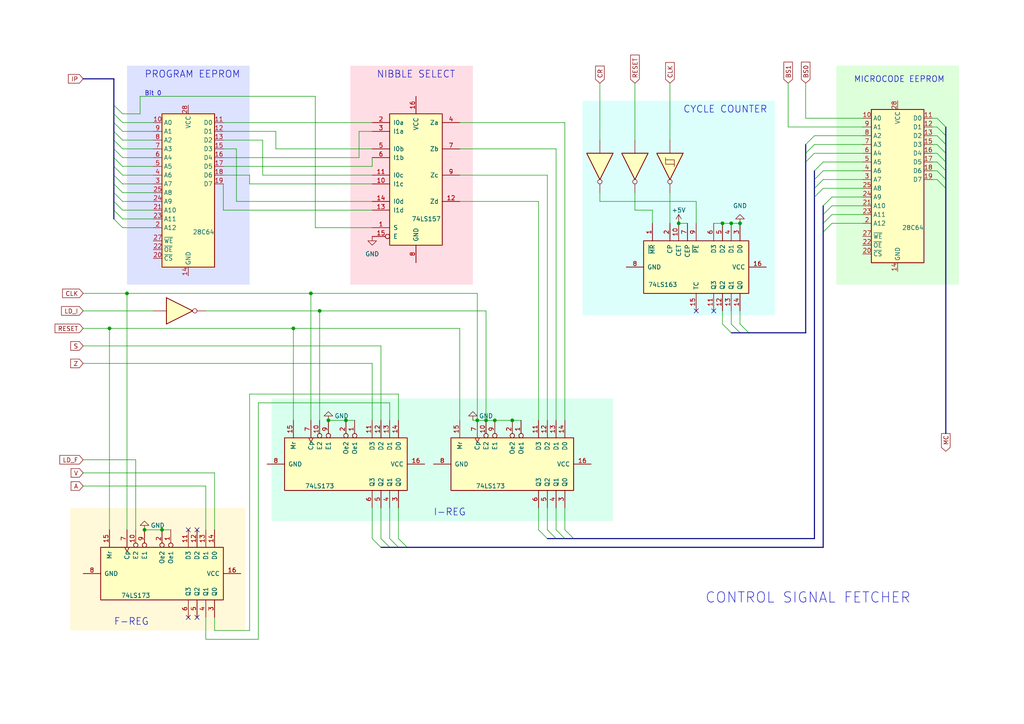
<source format=kicad_sch>
(kicad_sch (version 20230121) (generator eeschema)
  (paper "A4")
  (lib_symbols
    (symbol "74LS04_1" (pin_numbers hide)
      (property "Reference" "U" (at 0 1.27 0))
      (property "Value" "74LS04" (at 0 -1.27 0))
      (symbol "74LS04_1_1_0"
        (polyline (pts (xy -3.81 3.81) (xy -3.81 -3.81) (xy 3.81 0) (xy -3.81 3.81)) (stroke (width 0.254)) (fill (type background)))
        (pin input line (at -7.62 0 0) (length 3.81) (name "~") (number "1"))
        (pin output inverted (at 7.62 0 180) (length 3.81) (name "~") (number "2"))
      )
      (symbol "74LS04_1_2_0"
        (polyline (pts (xy -3.81 3.81) (xy -3.81 -3.81) (xy 3.81 0) (xy -3.81 3.81)) (stroke (width 0.254)) (fill (type background)))
        (pin input line (at -7.62 0 0) (length 3.81) (name "~") (number "3"))
        (pin output inverted (at 7.62 0 180) (length 3.81) (name "~") (number "4"))
      )
      (symbol "74LS04_1_3_0"
        (polyline (pts (xy -3.81 3.81) (xy -3.81 -3.81) (xy 3.81 0) (xy -3.81 3.81)) (stroke (width 0.254)) (fill (type background)))
        (pin input line (at -7.62 0 0) (length 3.81) (name "~") (number "5"))
        (pin output inverted (at 7.62 0 180) (length 3.81) (name "~") (number "6"))
      )
      (symbol "74LS04_1_4_0"
        (polyline (pts (xy -3.81 3.81) (xy -3.81 -3.81) (xy 3.81 0) (xy -3.81 3.81)) (stroke (width 0.254)) (fill (type background)))
        (pin output inverted (at 7.62 0 180) (length 3.81) (name "~") (number "8"))
        (pin input line (at -7.62 0 0) (length 3.81) (name "~") (number "9"))
      )
      (symbol "74LS04_1_5_0"
        (polyline (pts (xy -3.81 3.81) (xy -3.81 -3.81) (xy 3.81 0) (xy -3.81 3.81)) (stroke (width 0.254)) (fill (type background)))
        (pin output inverted (at 7.62 0 180) (length 3.81) (name "~") (number "10"))
        (pin input line (at -7.62 0 0) (length 3.81) (name "~") (number "11"))
      )
      (symbol "74LS04_1_6_0"
        (polyline (pts (xy -3.81 3.81) (xy -3.81 -3.81) (xy 3.81 0) (xy -3.81 3.81)) (stroke (width 0.254)) (fill (type background)))
        (pin output inverted (at 7.62 0 180) (length 3.81) (name "~") (number "12"))
        (pin input line (at -7.62 0 0) (length 3.81) (name "~") (number "13"))
      )
      (symbol "74LS04_1_7_0"
        (pin power_in line (at 0 12.7 270) (length 5.08) (name "VCC") (number "14"))
        (pin power_in line (at 0 -12.7 90) (length 5.08) (name "GND") (number "7"))
      )
      (symbol "74LS04_1_7_1"
        (rectangle (start -5.08 7.62) (end 5.08 -7.62) (stroke (width 0.254)) (fill (type background)))
      )
    )
    (symbol "74LS04_2" (pin_numbers hide)
      (property "Reference" "U" (at 0 1.27 0))
      (property "Value" "74LS04" (at 0 -1.27 0))
      (symbol "74LS04_2_1_0"
        (polyline (pts (xy -3.81 3.81) (xy -3.81 -3.81) (xy 3.81 0) (xy -3.81 3.81)) (stroke (width 0.254)) (fill (type background)))
        (pin input line (at -7.62 0 0) (length 3.81) (name "~") (number "1"))
        (pin output inverted (at 7.62 0 180) (length 3.81) (name "~") (number "2"))
      )
      (symbol "74LS04_2_2_0"
        (polyline (pts (xy -3.81 3.81) (xy -3.81 -3.81) (xy 3.81 0) (xy -3.81 3.81)) (stroke (width 0.254)) (fill (type background)))
        (pin input line (at -7.62 0 0) (length 3.81) (name "~") (number "3"))
        (pin output inverted (at 7.62 0 180) (length 3.81) (name "~") (number "4"))
      )
      (symbol "74LS04_2_3_0"
        (polyline (pts (xy -3.81 3.81) (xy -3.81 -3.81) (xy 3.81 0) (xy -3.81 3.81)) (stroke (width 0.254)) (fill (type background)))
        (pin input line (at -7.62 0 0) (length 3.81) (name "~") (number "5"))
        (pin output inverted (at 7.62 0 180) (length 3.81) (name "~") (number "6"))
      )
      (symbol "74LS04_2_4_0"
        (polyline (pts (xy -3.81 3.81) (xy -3.81 -3.81) (xy 3.81 0) (xy -3.81 3.81)) (stroke (width 0.254)) (fill (type background)))
        (pin output inverted (at 7.62 0 180) (length 3.81) (name "~") (number "8"))
        (pin input line (at -7.62 0 0) (length 3.81) (name "~") (number "9"))
      )
      (symbol "74LS04_2_5_0"
        (polyline (pts (xy -3.81 3.81) (xy -3.81 -3.81) (xy 3.81 0) (xy -3.81 3.81)) (stroke (width 0.254)) (fill (type background)))
        (pin output inverted (at 7.62 0 180) (length 3.81) (name "~") (number "10"))
        (pin input line (at -7.62 0 0) (length 3.81) (name "~") (number "11"))
      )
      (symbol "74LS04_2_6_0"
        (polyline (pts (xy -3.81 3.81) (xy -3.81 -3.81) (xy 3.81 0) (xy -3.81 3.81)) (stroke (width 0.254)) (fill (type background)))
        (pin output inverted (at 7.62 0 180) (length 3.81) (name "~") (number "12"))
        (pin input line (at -7.62 0 0) (length 3.81) (name "~") (number "13"))
      )
      (symbol "74LS04_2_7_0"
        (pin power_in line (at 0 12.7 270) (length 5.08) (name "VCC") (number "14"))
        (pin power_in line (at 0 -12.7 90) (length 5.08) (name "GND") (number "7"))
      )
      (symbol "74LS04_2_7_1"
        (rectangle (start -5.08 7.62) (end 5.08 -7.62) (stroke (width 0.254)) (fill (type background)))
      )
    )
    (symbol "74xx:74LS04" (pin_numbers hide)
      (property "Reference" "U" (at 0 1.27 0))
      (property "Value" "74LS04" (at 0 -1.27 0))
      (symbol "74LS04_1_0"
        (polyline (pts (xy -3.81 3.81) (xy -3.81 -3.81) (xy 3.81 0) (xy -3.81 3.81)) (stroke (width 0.254)) (fill (type background)))
        (pin input line (at -7.62 0 0) (length 3.81) (name "~") (number "1"))
        (pin output inverted (at 7.62 0 180) (length 3.81) (name "~") (number "2"))
      )
      (symbol "74LS04_2_0"
        (polyline (pts (xy -3.81 3.81) (xy -3.81 -3.81) (xy 3.81 0) (xy -3.81 3.81)) (stroke (width 0.254)) (fill (type background)))
        (pin input line (at -7.62 0 0) (length 3.81) (name "~") (number "3"))
        (pin output inverted (at 7.62 0 180) (length 3.81) (name "~") (number "4"))
      )
      (symbol "74LS04_3_0"
        (polyline (pts (xy -3.81 3.81) (xy -3.81 -3.81) (xy 3.81 0) (xy -3.81 3.81)) (stroke (width 0.254)) (fill (type background)))
        (pin input line (at -7.62 0 0) (length 3.81) (name "~") (number "5"))
        (pin output inverted (at 7.62 0 180) (length 3.81) (name "~") (number "6"))
      )
      (symbol "74LS04_4_0"
        (polyline (pts (xy -3.81 3.81) (xy -3.81 -3.81) (xy 3.81 0) (xy -3.81 3.81)) (stroke (width 0.254)) (fill (type background)))
        (pin output inverted (at 7.62 0 180) (length 3.81) (name "~") (number "8"))
        (pin input line (at -7.62 0 0) (length 3.81) (name "~") (number "9"))
      )
      (symbol "74LS04_5_0"
        (polyline (pts (xy -3.81 3.81) (xy -3.81 -3.81) (xy 3.81 0) (xy -3.81 3.81)) (stroke (width 0.254)) (fill (type background)))
        (pin output inverted (at 7.62 0 180) (length 3.81) (name "~") (number "10"))
        (pin input line (at -7.62 0 0) (length 3.81) (name "~") (number "11"))
      )
      (symbol "74LS04_6_0"
        (polyline (pts (xy -3.81 3.81) (xy -3.81 -3.81) (xy 3.81 0) (xy -3.81 3.81)) (stroke (width 0.254)) (fill (type background)))
        (pin output inverted (at 7.62 0 180) (length 3.81) (name "~") (number "12"))
        (pin input line (at -7.62 0 0) (length 3.81) (name "~") (number "13"))
      )
      (symbol "74LS04_7_0"
        (pin power_in line (at 0 12.7 270) (length 5.08) (name "VCC") (number "14"))
        (pin power_in line (at 0 -12.7 90) (length 5.08) (name "GND") (number "7"))
      )
      (symbol "74LS04_7_1"
        (rectangle (start -5.08 7.62) (end 5.08 -7.62) (stroke (width 0.254)) (fill (type background)))
      )
    )
    (symbol "74xx:74LS14" (pin_numbers hide) (pin_names (offset 1.016))
      (property "Reference" "U" (at 0 1.27 0))
      (property "Value" "74LS14" (at 0 -1.27 0))
      (symbol "74LS14_1_0"
        (polyline (pts (xy -3.81 3.81) (xy -3.81 -3.81) (xy 3.81 0) (xy -3.81 3.81)) (stroke (width 0.254)) (fill (type background)))
        (pin input line (at -7.62 0 0) (length 3.81) (name "~") (number "1"))
        (pin output inverted (at 7.62 0 180) (length 3.81) (name "~") (number "2"))
      )
      (symbol "74LS14_1_1"
        (polyline (pts (xy -1.905 -1.27) (xy -1.905 1.27) (xy -0.635 1.27)))
        (polyline (pts (xy -2.54 -1.27) (xy -0.635 -1.27) (xy -0.635 1.27) (xy 0 1.27)))
      )
      (symbol "74LS14_2_0"
        (polyline (pts (xy -3.81 3.81) (xy -3.81 -3.81) (xy 3.81 0) (xy -3.81 3.81)) (stroke (width 0.254)) (fill (type background)))
        (pin input line (at -7.62 0 0) (length 3.81) (name "~") (number "3"))
        (pin output inverted (at 7.62 0 180) (length 3.81) (name "~") (number "4"))
      )
      (symbol "74LS14_2_1"
        (polyline (pts (xy -1.905 -1.27) (xy -1.905 1.27) (xy -0.635 1.27)))
        (polyline (pts (xy -2.54 -1.27) (xy -0.635 -1.27) (xy -0.635 1.27) (xy 0 1.27)))
      )
      (symbol "74LS14_3_0"
        (polyline (pts (xy -3.81 3.81) (xy -3.81 -3.81) (xy 3.81 0) (xy -3.81 3.81)) (stroke (width 0.254)) (fill (type background)))
        (pin input line (at -7.62 0 0) (length 3.81) (name "~") (number "5"))
        (pin output inverted (at 7.62 0 180) (length 3.81) (name "~") (number "6"))
      )
      (symbol "74LS14_3_1"
        (polyline (pts (xy -1.905 -1.27) (xy -1.905 1.27) (xy -0.635 1.27)))
        (polyline (pts (xy -2.54 -1.27) (xy -0.635 -1.27) (xy -0.635 1.27) (xy 0 1.27)))
      )
      (symbol "74LS14_4_0"
        (polyline (pts (xy -3.81 3.81) (xy -3.81 -3.81) (xy 3.81 0) (xy -3.81 3.81)) (stroke (width 0.254)) (fill (type background)))
        (pin output inverted (at 7.62 0 180) (length 3.81) (name "~") (number "8"))
        (pin input line (at -7.62 0 0) (length 3.81) (name "~") (number "9"))
      )
      (symbol "74LS14_4_1"
        (polyline (pts (xy -1.905 -1.27) (xy -1.905 1.27) (xy -0.635 1.27)))
        (polyline (pts (xy -2.54 -1.27) (xy -0.635 -1.27) (xy -0.635 1.27) (xy 0 1.27)))
      )
      (symbol "74LS14_5_0"
        (polyline (pts (xy -3.81 3.81) (xy -3.81 -3.81) (xy 3.81 0) (xy -3.81 3.81)) (stroke (width 0.254)) (fill (type background)))
        (pin output inverted (at 7.62 0 180) (length 3.81) (name "~") (number "10"))
        (pin input line (at -7.62 0 0) (length 3.81) (name "~") (number "11"))
      )
      (symbol "74LS14_5_1"
        (polyline (pts (xy -1.905 -1.27) (xy -1.905 1.27) (xy -0.635 1.27)))
        (polyline (pts (xy -2.54 -1.27) (xy -0.635 -1.27) (xy -0.635 1.27) (xy 0 1.27)))
      )
      (symbol "74LS14_6_0"
        (polyline (pts (xy -3.81 3.81) (xy -3.81 -3.81) (xy 3.81 0) (xy -3.81 3.81)) (stroke (width 0.254)) (fill (type background)))
        (pin output inverted (at 7.62 0 180) (length 3.81) (name "~") (number "12"))
        (pin input line (at -7.62 0 0) (length 3.81) (name "~") (number "13"))
      )
      (symbol "74LS14_6_1"
        (polyline (pts (xy -1.905 -1.27) (xy -1.905 1.27) (xy -0.635 1.27)))
        (polyline (pts (xy -2.54 -1.27) (xy -0.635 -1.27) (xy -0.635 1.27) (xy 0 1.27)))
      )
      (symbol "74LS14_7_0"
        (pin power_in line (at 0 12.7 270) (length 5.08) (name "VCC") (number "14"))
        (pin power_in line (at 0 -12.7 90) (length 5.08) (name "GND") (number "7"))
      )
      (symbol "74LS14_7_1"
        (rectangle (start -5.08 7.62) (end 5.08 -7.62) (stroke (width 0.254)) (fill (type background)))
      )
    )
    (symbol "74xx:74LS157" (pin_names (offset 1.016))
      (property "Reference" "U" (at -7.62 19.05 0))
      (property "Value" "74LS157" (at -7.62 -21.59 0))
      (symbol "74LS157_1_0"
        (pin input line (at -12.7 -15.24 0) (length 5.08) (name "S") (number "1"))
        (pin input line (at -12.7 -2.54 0) (length 5.08) (name "I1c") (number "10"))
        (pin input line (at -12.7 0 0) (length 5.08) (name "I0c") (number "11"))
        (pin output line (at 12.7 -7.62 180) (length 5.08) (name "Zd") (number "12"))
        (pin input line (at -12.7 -10.16 0) (length 5.08) (name "I1d") (number "13"))
        (pin input line (at -12.7 -7.62 0) (length 5.08) (name "I0d") (number "14"))
        (pin input inverted (at -12.7 -17.78 0) (length 5.08) (name "E") (number "15"))
        (pin power_in line (at 0 22.86 270) (length 5.08) (name "VCC") (number "16"))
        (pin input line (at -12.7 15.24 0) (length 5.08) (name "I0a") (number "2"))
        (pin input line (at -12.7 12.7 0) (length 5.08) (name "I1a") (number "3"))
        (pin output line (at 12.7 15.24 180) (length 5.08) (name "Za") (number "4"))
        (pin input line (at -12.7 7.62 0) (length 5.08) (name "I0b") (number "5"))
        (pin input line (at -12.7 5.08 0) (length 5.08) (name "I1b") (number "6"))
        (pin output line (at 12.7 7.62 180) (length 5.08) (name "Zb") (number "7"))
        (pin power_in line (at 0 -25.4 90) (length 5.08) (name "GND") (number "8"))
        (pin output line (at 12.7 0 180) (length 5.08) (name "Zc") (number "9"))
      )
      (symbol "74LS157_1_1"
        (rectangle (start -7.62 17.78) (end 7.62 -20.32) (stroke (width 0.254)) (fill (type background)))
      )
    )
    (symbol "74xx:74LS163" (pin_names (offset 1.016))
      (property "Reference" "U" (at -7.62 16.51 0))
      (property "Value" "74LS163" (at -7.62 -16.51 0))
      (symbol "74LS163_1_0"
        (pin input line (at -12.7 -12.7 0) (length 5.08) (name "~{MR}") (number "1"))
        (pin input line (at -12.7 -5.08 0) (length 5.08) (name "CET") (number "10"))
        (pin output line (at 12.7 5.08 180) (length 5.08) (name "Q3") (number "11"))
        (pin output line (at 12.7 7.62 180) (length 5.08) (name "Q2") (number "12"))
        (pin output line (at 12.7 10.16 180) (length 5.08) (name "Q1") (number "13"))
        (pin output line (at 12.7 12.7 180) (length 5.08) (name "Q0") (number "14"))
        (pin output line (at 12.7 0 180) (length 5.08) (name "TC") (number "15"))
        (pin power_in line (at 0 20.32 270) (length 5.08) (name "VCC") (number "16"))
        (pin input line (at -12.7 -7.62 0) (length 5.08) (name "CP") (number "2"))
        (pin input line (at -12.7 12.7 0) (length 5.08) (name "D0") (number "3"))
        (pin input line (at -12.7 10.16 0) (length 5.08) (name "D1") (number "4"))
        (pin input line (at -12.7 7.62 0) (length 5.08) (name "D2") (number "5"))
        (pin input line (at -12.7 5.08 0) (length 5.08) (name "D3") (number "6"))
        (pin input line (at -12.7 -2.54 0) (length 5.08) (name "CEP") (number "7"))
        (pin power_in line (at 0 -20.32 90) (length 5.08) (name "GND") (number "8"))
        (pin input line (at -12.7 0 0) (length 5.08) (name "~{PE}") (number "9"))
      )
      (symbol "74LS163_1_1"
        (rectangle (start -7.62 15.24) (end 7.62 -15.24) (stroke (width 0.254)) (fill (type background)))
      )
    )
    (symbol "74xx:74LS173" (pin_names (offset 1.016))
      (property "Reference" "U" (at -7.62 19.05 0))
      (property "Value" "74LS173" (at -7.62 -19.05 0))
      (symbol "74LS173_1_0"
        (pin input inverted (at -12.7 2.54 0) (length 5.08) (name "Oe1") (number "1"))
        (pin input inverted (at -12.7 -7.62 0) (length 5.08) (name "E2") (number "10"))
        (pin input line (at -12.7 7.62 0) (length 5.08) (name "D3") (number "11"))
        (pin input line (at -12.7 10.16 0) (length 5.08) (name "D2") (number "12"))
        (pin input line (at -12.7 12.7 0) (length 5.08) (name "D1") (number "13"))
        (pin input line (at -12.7 15.24 0) (length 5.08) (name "D0") (number "14"))
        (pin input line (at -12.7 -15.24 0) (length 5.08) (name "Mr") (number "15"))
        (pin power_in line (at 0 22.86 270) (length 5.08) (name "VCC") (number "16"))
        (pin input inverted (at -12.7 0 0) (length 5.08) (name "Oe2") (number "2"))
        (pin tri_state line (at 12.7 15.24 180) (length 5.08) (name "Q0") (number "3"))
        (pin tri_state line (at 12.7 12.7 180) (length 5.08) (name "Q1") (number "4"))
        (pin tri_state line (at 12.7 10.16 180) (length 5.08) (name "Q2") (number "5"))
        (pin tri_state line (at 12.7 7.62 180) (length 5.08) (name "Q3") (number "6"))
        (pin input clock (at -12.7 -10.16 0) (length 5.08) (name "Cp") (number "7"))
        (pin power_in line (at 0 -22.86 90) (length 5.08) (name "GND") (number "8"))
        (pin input inverted (at -12.7 -5.08 0) (length 5.08) (name "E1") (number "9"))
      )
      (symbol "74LS173_1_1"
        (rectangle (start -7.62 17.78) (end 7.62 -17.78) (stroke (width 0.254)) (fill (type background)))
      )
    )
    (symbol "Memory_EEPROM:28C256"
      (property "Value" "28C64" (at 1.27 -17.78 0))
      (symbol "28C256_1_1"
        (rectangle (start -7.62 25.4) (end 7.62 -19.05) (stroke (width 0.254)) (fill (type background)))
        (pin input line (at -10.16 22.86 0) (length 2.54) (name "A0") (number "10"))
        (pin tri_state line (at 10.16 22.86 180) (length 2.54) (name "D0") (number "11"))
        (pin tri_state line (at 10.16 20.32 180) (length 2.54) (name "D1") (number "12"))
        (pin tri_state line (at 10.16 17.78 180) (length 2.54) (name "D2") (number "13"))
        (pin power_in line (at 0 -21.59 90) (length 2.54) (name "GND") (number "14"))
        (pin tri_state line (at 10.16 15.24 180) (length 2.54) (name "D3") (number "15"))
        (pin tri_state line (at 10.16 12.7 180) (length 2.54) (name "D4") (number "16"))
        (pin tri_state line (at 10.16 10.16 180) (length 2.54) (name "D5") (number "17"))
        (pin tri_state line (at 10.16 7.62 180) (length 2.54) (name "D6") (number "18"))
        (pin tri_state line (at 10.16 5.08 180) (length 2.54) (name "D7") (number "19"))
        (pin input line (at -10.16 -7.62 0) (length 2.54) (name "A12") (number "2"))
        (pin input line (at -10.16 -16.51 0) (length 2.54) (name "~{CS}") (number "20"))
        (pin input line (at -10.16 -2.54 0) (length 2.54) (name "A10") (number "21"))
        (pin input line (at -10.16 -13.97 0) (length 2.54) (name "~{OE}") (number "22"))
        (pin input line (at -10.16 -5.08 0) (length 2.54) (name "A11") (number "23"))
        (pin input line (at -10.16 0 0) (length 2.54) (name "A9") (number "24"))
        (pin input line (at -10.16 2.54 0) (length 2.54) (name "A8") (number "25"))
        (pin input line (at -10.16 -11.43 0) (length 2.54) (name "~{WE}") (number "27"))
        (pin power_in line (at 0 27.94 270) (length 2.54) (name "VCC") (number "28"))
        (pin input line (at -10.16 5.08 0) (length 2.54) (name "A7") (number "3"))
        (pin input line (at -10.16 7.62 0) (length 2.54) (name "A6") (number "4"))
        (pin input line (at -10.16 10.16 0) (length 2.54) (name "A5") (number "5"))
        (pin input line (at -10.16 12.7 0) (length 2.54) (name "A4") (number "6"))
        (pin input line (at -10.16 15.24 0) (length 2.54) (name "A3") (number "7"))
        (pin input line (at -10.16 17.78 0) (length 2.54) (name "A2") (number "8"))
        (pin input line (at -10.16 20.32 0) (length 2.54) (name "A1") (number "9"))
      )
    )
    (symbol "power:+5V" (power) (pin_names (offset 0))
      (property "Value" "+5V" (at 0 3.556 0))
      (symbol "+5V_0_1"
        (polyline (pts (xy -0.762 1.27) (xy 0 2.54)))
        (polyline (pts (xy 0 0) (xy 0 2.54)))
        (polyline (pts (xy 0 2.54) (xy 0.762 1.27)))
      )
      (symbol "+5V_1_1"
        (pin power_in line (at 0 0 90) (length 0) hide (name "+5V") (number "1"))
      )
    )
    (symbol "power:GND" (power) (pin_names (offset 0))
      (property "Value" "GND" (at 0 -3.81 0))
      (symbol "GND_0_1"
        (polyline (pts (xy 0 0) (xy 0 -1.27) (xy 1.27 -1.27) (xy 0 -2.54) (xy -1.27 -1.27) (xy 0 -1.27)))
      )
      (symbol "GND_1_1"
        (pin power_in line (at 0 0 270) (length 0) hide (name "GND") (number "1"))
      )
    )
  )
  (junction (at 209.55 64.77))
  (junction (at 31.75 95.25))
  (junction (at 85.09 95.25))
  (junction (at 46.99 153.67))
  (junction (at 95.25 121.92))
  (junction (at 92.71 90.17))
  (junction (at 90.17 85.09))
  (junction (at 140.97 121.92))
  (junction (at 212.09 64.77))
  (junction (at 100.33 121.92))
  (junction (at 214.63 64.77))
  (junction (at 41.91 153.67))
  (junction (at 138.43 121.92))
  (junction (at 36.83 85.09))
  (junction (at 196.85 64.77))
  (junction (at 143.51 121.92))
  (junction (at 148.59 121.92))
  (no_connect (at 57.15 153.67))
  (no_connect (at 54.61 179.07))
  (no_connect (at 54.61 153.67))
  (no_connect (at 57.15 179.07))
  (no_connect (at 207.01 90.17))
  (no_connect (at 201.93 90.17))
  (bus_entry (at 271.78 39.37) (size 2.54 2.54))
  (bus_entry (at 33.02 38.1) (size 2.54 2.54))
  (bus_entry (at 33.02 30.48) (size 2.54 2.54))
  (bus_entry (at 209.55 93.98) (size 2.54 2.54))
  (bus_entry (at 163.83 153.67) (size 2.54 2.54))
  (bus_entry (at 238.76 64.77) (size 2.54 -2.54))
  (bus_entry (at 212.09 93.98) (size 2.54 2.54))
  (bus_entry (at 236.22 49.53) (size 2.54 -2.54))
  (bus_entry (at 33.02 33.02) (size 2.54 2.54))
  (bus_entry (at 156.21 153.67) (size 2.54 2.54))
  (bus_entry (at 107.95 156.21) (size 2.54 2.54))
  (bus_entry (at 238.76 59.69) (size 2.54 -2.54))
  (bus_entry (at 238.76 62.23) (size 2.54 -2.54))
  (bus_entry (at 33.02 53.34) (size 2.54 2.54))
  (bus_entry (at 236.22 54.61) (size 2.54 -2.54))
  (bus_entry (at 271.78 49.53) (size 2.54 2.54))
  (bus_entry (at 33.02 63.5) (size 2.54 2.54))
  (bus_entry (at 33.02 48.26) (size 2.54 2.54))
  (bus_entry (at 271.78 44.45) (size 2.54 2.54))
  (bus_entry (at 158.75 153.67) (size 2.54 2.54))
  (bus_entry (at 271.78 36.83) (size 2.54 2.54))
  (bus_entry (at 236.22 57.15) (size 2.54 -2.54))
  (bus_entry (at 110.49 156.21) (size 2.54 2.54))
  (bus_entry (at 271.78 52.07) (size 2.54 2.54))
  (bus_entry (at 238.76 67.31) (size 2.54 -2.54))
  (bus_entry (at 271.78 34.29) (size 2.54 2.54))
  (bus_entry (at 33.02 43.18) (size 2.54 2.54))
  (bus_entry (at 214.63 93.98) (size 2.54 2.54))
  (bus_entry (at 271.78 46.99) (size 2.54 2.54))
  (bus_entry (at 33.02 45.72) (size 2.54 2.54))
  (bus_entry (at 33.02 35.56) (size 2.54 2.54))
  (bus_entry (at 33.02 50.8) (size 2.54 2.54))
  (bus_entry (at 33.02 40.64) (size 2.54 2.54))
  (bus_entry (at 113.03 156.21) (size 2.54 2.54))
  (bus_entry (at 233.68 46.99) (size 2.54 -2.54))
  (bus_entry (at 271.78 41.91) (size 2.54 2.54))
  (bus_entry (at 33.02 58.42) (size 2.54 2.54))
  (bus_entry (at 161.29 153.67) (size 2.54 2.54))
  (bus_entry (at 236.22 52.07) (size 2.54 -2.54))
  (bus_entry (at 233.68 41.91) (size 2.54 -2.54))
  (bus_entry (at 33.02 55.88) (size 2.54 2.54))
  (bus_entry (at 233.68 44.45) (size 2.54 -2.54))
  (bus_entry (at 33.02 60.96) (size 2.54 2.54))
  (bus_entry (at 115.57 156.21) (size 2.54 2.54))
  (bus (pts (xy 274.32 46.99) (xy 274.32 49.53)))
  (wire (pts (xy 24.13 90.17) (xy 44.45 90.17)))
  (wire (pts (xy 92.71 90.17) (xy 92.71 121.92)))
  (bus (pts (xy 110.49 158.75) (xy 113.03 158.75)))
  (bus (pts (xy 238.76 67.31) (xy 238.76 158.75)))
  (wire (pts (xy 241.3 62.23) (xy 250.19 62.23)))
  (wire (pts (xy 46.99 153.67) (xy 49.53 153.67)))
  (bus (pts (xy 115.57 158.75) (xy 118.11 158.75)))
  (wire (pts (xy 133.35 95.25) (xy 133.35 121.92)))
  (wire (pts (xy 133.35 35.56) (xy 163.83 35.56)))
  (wire (pts (xy 64.77 43.18) (xy 68.58 43.18)))
  (wire (pts (xy 35.56 38.1) (xy 44.45 38.1)))
  (bus (pts (xy 33.02 35.56) (xy 33.02 38.1)))
  (wire (pts (xy 24.13 105.41) (xy 107.95 105.41)))
  (wire (pts (xy 189.23 60.96) (xy 189.23 64.77)))
  (wire (pts (xy 35.56 45.72) (xy 44.45 45.72)))
  (wire (pts (xy 72.39 182.88) (xy 72.39 114.3)))
  (wire (pts (xy 270.51 44.45) (xy 271.78 44.45)))
  (wire (pts (xy 24.13 95.25) (xy 31.75 95.25)))
  (wire (pts (xy 74.93 185.42) (xy 74.93 116.84)))
  (wire (pts (xy 72.39 50.8) (xy 72.39 53.34)))
  (wire (pts (xy 68.58 58.42) (xy 107.95 58.42)))
  (wire (pts (xy 113.03 116.84) (xy 113.03 121.92)))
  (wire (pts (xy 133.35 58.42) (xy 156.21 58.42)))
  (wire (pts (xy 158.75 50.8) (xy 158.75 121.92)))
  (bus (pts (xy 33.02 43.18) (xy 33.02 45.72)))
  (wire (pts (xy 64.77 45.72) (xy 104.14 45.72)))
  (bus (pts (xy 33.02 60.96) (xy 33.02 63.5)))
  (wire (pts (xy 184.15 60.96) (xy 189.23 60.96)))
  (bus (pts (xy 24.13 22.86) (xy 33.02 22.86)))
  (wire (pts (xy 173.99 24.13) (xy 173.99 40.64)))
  (wire (pts (xy 110.49 100.33) (xy 110.49 121.92)))
  (wire (pts (xy 80.01 43.18) (xy 107.95 43.18)))
  (wire (pts (xy 72.39 114.3) (xy 115.57 114.3)))
  (wire (pts (xy 209.55 90.17) (xy 209.55 93.98)))
  (wire (pts (xy 238.76 49.53) (xy 250.19 49.53)))
  (bus (pts (xy 217.17 96.52) (xy 233.68 96.52)))
  (wire (pts (xy 184.15 55.88) (xy 184.15 60.96)))
  (wire (pts (xy 36.83 85.09) (xy 36.83 153.67)))
  (wire (pts (xy 64.77 38.1) (xy 80.01 38.1)))
  (wire (pts (xy 161.29 147.32) (xy 161.29 153.67)))
  (wire (pts (xy 173.99 58.42) (xy 201.93 58.42)))
  (bus (pts (xy 274.32 54.61) (xy 274.32 125.73)))
  (bus (pts (xy 238.76 59.69) (xy 238.76 62.23)))
  (wire (pts (xy 207.01 64.77) (xy 209.55 64.77)))
  (wire (pts (xy 241.3 57.15) (xy 250.19 57.15)))
  (wire (pts (xy 236.22 41.91) (xy 250.19 41.91)))
  (bus (pts (xy 33.02 33.02) (xy 33.02 35.56)))
  (wire (pts (xy 194.31 24.13) (xy 194.31 40.64)))
  (wire (pts (xy 24.13 133.35) (xy 39.37 133.35)))
  (wire (pts (xy 59.69 90.17) (xy 92.71 90.17)))
  (wire (pts (xy 214.63 90.17) (xy 214.63 93.98)))
  (bus (pts (xy 236.22 57.15) (xy 236.22 156.21)))
  (bus (pts (xy 33.02 22.86) (xy 33.02 30.48)))
  (wire (pts (xy 35.56 50.8) (xy 44.45 50.8)))
  (wire (pts (xy 35.56 66.04) (xy 44.45 66.04)))
  (wire (pts (xy 270.51 52.07) (xy 271.78 52.07)))
  (bus (pts (xy 274.32 36.83) (xy 274.32 39.37)))
  (wire (pts (xy 35.56 60.96) (xy 44.45 60.96)))
  (bus (pts (xy 214.63 96.52) (xy 217.17 96.52)))
  (wire (pts (xy 138.43 121.92) (xy 137.16 121.92)))
  (wire (pts (xy 64.77 40.64) (xy 76.2 40.64)))
  (bus (pts (xy 236.22 49.53) (xy 236.22 52.07)))
  (bus (pts (xy 236.22 52.07) (xy 236.22 54.61)))
  (wire (pts (xy 270.51 34.29) (xy 271.78 34.29)))
  (wire (pts (xy 64.77 48.26) (xy 107.95 48.26)))
  (wire (pts (xy 133.35 50.8) (xy 158.75 50.8)))
  (wire (pts (xy 236.22 44.45) (xy 250.19 44.45)))
  (wire (pts (xy 40.64 27.94) (xy 91.44 27.94)))
  (wire (pts (xy 35.56 40.64) (xy 44.45 40.64)))
  (wire (pts (xy 35.56 48.26) (xy 44.45 48.26)))
  (wire (pts (xy 62.23 137.16) (xy 62.23 153.67)))
  (wire (pts (xy 91.44 66.04) (xy 107.95 66.04)))
  (wire (pts (xy 64.77 35.56) (xy 107.95 35.56)))
  (wire (pts (xy 212.09 90.17) (xy 212.09 93.98)))
  (wire (pts (xy 35.56 53.34) (xy 44.45 53.34)))
  (wire (pts (xy 163.83 147.32) (xy 163.83 153.67)))
  (wire (pts (xy 148.59 121.92) (xy 151.13 121.92)))
  (wire (pts (xy 24.13 137.16) (xy 62.23 137.16)))
  (wire (pts (xy 68.58 43.18) (xy 68.58 58.42)))
  (bus (pts (xy 33.02 40.64) (xy 33.02 43.18)))
  (wire (pts (xy 233.68 24.13) (xy 233.68 34.29)))
  (bus (pts (xy 274.32 41.91) (xy 274.32 44.45)))
  (bus (pts (xy 274.32 39.37) (xy 274.32 41.91)))
  (wire (pts (xy 238.76 52.07) (xy 250.19 52.07)))
  (wire (pts (xy 143.51 121.92) (xy 148.59 121.92)))
  (wire (pts (xy 36.83 85.09) (xy 90.17 85.09)))
  (wire (pts (xy 238.76 46.99) (xy 250.19 46.99)))
  (bus (pts (xy 33.02 50.8) (xy 33.02 53.34)))
  (bus (pts (xy 166.37 156.21) (xy 236.22 156.21)))
  (wire (pts (xy 85.09 95.25) (xy 133.35 95.25)))
  (bus (pts (xy 33.02 48.26) (xy 33.02 50.8)))
  (bus (pts (xy 233.68 41.91) (xy 233.68 44.45)))
  (bus (pts (xy 33.02 53.34) (xy 33.02 55.88)))
  (wire (pts (xy 241.3 64.77) (xy 250.19 64.77)))
  (bus (pts (xy 233.68 44.45) (xy 233.68 46.99)))
  (wire (pts (xy 40.64 33.02) (xy 40.64 27.94)))
  (bus (pts (xy 33.02 58.42) (xy 33.02 60.96)))
  (wire (pts (xy 31.75 95.25) (xy 85.09 95.25)))
  (wire (pts (xy 92.71 90.17) (xy 140.97 90.17)))
  (wire (pts (xy 24.13 85.09) (xy 36.83 85.09)))
  (wire (pts (xy 107.95 105.41) (xy 107.95 121.92)))
  (wire (pts (xy 100.33 121.92) (xy 102.87 121.92)))
  (bus (pts (xy 212.09 96.52) (xy 214.63 96.52)))
  (wire (pts (xy 212.09 64.77) (xy 214.63 64.77)))
  (wire (pts (xy 35.56 55.88) (xy 44.45 55.88)))
  (wire (pts (xy 158.75 147.32) (xy 158.75 153.67)))
  (wire (pts (xy 115.57 147.32) (xy 115.57 156.21)))
  (wire (pts (xy 35.56 58.42) (xy 44.45 58.42)))
  (wire (pts (xy 74.93 116.84) (xy 113.03 116.84)))
  (wire (pts (xy 156.21 58.42) (xy 156.21 121.92)))
  (wire (pts (xy 41.91 153.67) (xy 46.99 153.67)))
  (bus (pts (xy 274.32 44.45) (xy 274.32 46.99)))
  (wire (pts (xy 95.25 121.92) (xy 100.33 121.92)))
  (wire (pts (xy 104.14 38.1) (xy 107.95 38.1)))
  (wire (pts (xy 31.75 95.25) (xy 31.75 153.67)))
  (wire (pts (xy 76.2 40.64) (xy 76.2 50.8)))
  (wire (pts (xy 163.83 35.56) (xy 163.83 121.92)))
  (wire (pts (xy 241.3 59.69) (xy 250.19 59.69)))
  (wire (pts (xy 80.01 38.1) (xy 80.01 43.18)))
  (wire (pts (xy 184.15 24.13) (xy 184.15 40.64)))
  (bus (pts (xy 238.76 62.23) (xy 238.76 64.77)))
  (wire (pts (xy 59.69 179.07) (xy 59.69 185.42)))
  (wire (pts (xy 90.17 85.09) (xy 138.43 85.09)))
  (wire (pts (xy 270.51 36.83) (xy 271.78 36.83)))
  (wire (pts (xy 35.56 63.5) (xy 44.45 63.5)))
  (bus (pts (xy 113.03 158.75) (xy 115.57 158.75)))
  (wire (pts (xy 140.97 90.17) (xy 140.97 121.92)))
  (bus (pts (xy 161.29 156.21) (xy 163.83 156.21)))
  (wire (pts (xy 72.39 53.34) (xy 107.95 53.34)))
  (wire (pts (xy 76.2 50.8) (xy 107.95 50.8)))
  (wire (pts (xy 270.51 49.53) (xy 271.78 49.53)))
  (wire (pts (xy 110.49 147.32) (xy 110.49 156.21)))
  (wire (pts (xy 85.09 95.25) (xy 85.09 121.92)))
  (wire (pts (xy 59.69 185.42) (xy 74.93 185.42)))
  (bus (pts (xy 158.75 156.21) (xy 161.29 156.21)))
  (wire (pts (xy 64.77 53.34) (xy 64.77 60.96)))
  (wire (pts (xy 91.44 27.94) (xy 91.44 66.04)))
  (wire (pts (xy 143.51 121.92) (xy 140.97 121.92)))
  (wire (pts (xy 104.14 45.72) (xy 104.14 38.1)))
  (bus (pts (xy 274.32 49.53) (xy 274.32 52.07)))
  (wire (pts (xy 228.6 24.13) (xy 228.6 36.83)))
  (wire (pts (xy 270.51 41.91) (xy 271.78 41.91)))
  (bus (pts (xy 118.11 158.75) (xy 238.76 158.75)))
  (wire (pts (xy 62.23 179.07) (xy 62.23 182.88)))
  (wire (pts (xy 62.23 182.88) (xy 72.39 182.88)))
  (bus (pts (xy 33.02 45.72) (xy 33.02 48.26)))
  (wire (pts (xy 64.77 50.8) (xy 72.39 50.8)))
  (wire (pts (xy 107.95 48.26) (xy 107.95 45.72)))
  (bus (pts (xy 33.02 55.88) (xy 33.02 58.42)))
  (wire (pts (xy 24.13 100.33) (xy 110.49 100.33)))
  (wire (pts (xy 133.35 43.18) (xy 161.29 43.18)))
  (wire (pts (xy 228.6 36.83) (xy 250.19 36.83)))
  (wire (pts (xy 209.55 64.77) (xy 212.09 64.77)))
  (bus (pts (xy 233.68 46.99) (xy 233.68 96.52)))
  (wire (pts (xy 140.97 121.92) (xy 138.43 121.92)))
  (wire (pts (xy 24.13 140.97) (xy 59.69 140.97)))
  (bus (pts (xy 236.22 54.61) (xy 236.22 57.15)))
  (wire (pts (xy 35.56 35.56) (xy 44.45 35.56)))
  (wire (pts (xy 107.95 147.32) (xy 107.95 156.21)))
  (wire (pts (xy 270.51 39.37) (xy 271.78 39.37)))
  (wire (pts (xy 156.21 147.32) (xy 156.21 153.67)))
  (bus (pts (xy 33.02 38.1) (xy 33.02 40.64)))
  (wire (pts (xy 115.57 114.3) (xy 115.57 121.92)))
  (wire (pts (xy 238.76 54.61) (xy 250.19 54.61)))
  (bus (pts (xy 274.32 52.07) (xy 274.32 54.61)))
  (wire (pts (xy 196.85 64.77) (xy 199.39 64.77)))
  (wire (pts (xy 138.43 85.09) (xy 138.43 121.92)))
  (wire (pts (xy 39.37 133.35) (xy 39.37 153.67)))
  (wire (pts (xy 113.03 147.32) (xy 113.03 156.21)))
  (wire (pts (xy 59.69 140.97) (xy 59.69 153.67)))
  (wire (pts (xy 173.99 55.88) (xy 173.99 58.42)))
  (bus (pts (xy 238.76 64.77) (xy 238.76 67.31)))
  (wire (pts (xy 270.51 46.99) (xy 271.78 46.99)))
  (wire (pts (xy 35.56 33.02) (xy 40.64 33.02)))
  (wire (pts (xy 64.77 60.96) (xy 107.95 60.96)))
  (wire (pts (xy 90.17 85.09) (xy 90.17 121.92)))
  (wire (pts (xy 194.31 55.88) (xy 194.31 64.77)))
  (bus (pts (xy 33.02 30.48) (xy 33.02 33.02)))
  (wire (pts (xy 201.93 58.42) (xy 201.93 64.77)))
  (wire (pts (xy 233.68 34.29) (xy 250.19 34.29)))
  (bus (pts (xy 163.83 156.21) (xy 166.37 156.21)))
  (wire (pts (xy 236.22 39.37) (xy 250.19 39.37)))
  (wire (pts (xy 161.29 43.18) (xy 161.29 121.92)))
  (wire (pts (xy 35.56 43.18) (xy 44.45 43.18)))
  (rectangle (start 168.91 29.21) (end 224.79 91.44) (stroke (width -0.0001)) (fill (type color) (color 29 255 236 0.15)))
  (rectangle (start 101.6 19.05) (end 137.16 82.55) (stroke (width -0.0001)) (fill (type color) (color 255 31 75 0.15)))
  (rectangle (start 20.32 147.32) (end 71.12 182.88) (stroke (width -0.0001)) (fill (type color) (color 255 216 0 0.15)))
  (rectangle (start 36.83 19.05) (end 72.39 82.55) (stroke (width -0.0001)) (fill (type color) (color 32 62 255 0.15)))
  (rectangle (start 78.74 115.57) (end 177.8 151.13) (stroke (width -0.0001)) (fill (type color) (color 6 255 145 0.15)))
  (rectangle (start 242.57 19.05) (end 278.13 82.55) (stroke (width -0.0001)) (fill (type color) (color 27 255 8 0.15)))
  (text "F-REG" (at 33.02 181.61 0) (effects (font (size 2 2)) (justify left bottom)))
  (text "PROGRAM EEPROM" (at 41.91 22.86 0) (effects (font (size 2 2)) (justify left bottom)))
  (text "NIBBLE SELECT" (at 109.22 22.86 0) (effects (font (size 2 2)) (justify left bottom)))
  (text "MICROCODE EEPROM" (at 247.65 24.13 0) (effects (font (size 1.7 1.7)) (justify left bottom)))
  (text "I-REG" (at 125.73 149.86 0) (effects (font (size 2 2)) (justify left bottom)))
  (text "CONTROL SIGNAL FETCHER" (at 204.47 175.26 0) (effects (font (size 3 3)) (justify left bottom)))
  (text "Bit 0" (at 41.91 27.94 0) (effects (font (size 1.27 1.27)) (justify left bottom)))
  (text "CYCLE COUNTER" (at 198.12 33.02 0) (effects (font (size 2 2)) (justify left bottom)))
  (global_label "BS0" (shape input) (at 233.68 24.13 90) (property "Intersheetrefs" "${INTERSHEET_REFS}" (effects hide)))
  (global_label "MC" (shape output) (at 274.32 125.73 270) (property "Intersheetrefs" "${INTERSHEET_REFS}" (effects hide)))
  (global_label "S" (shape input) (at 24.13 100.33 180) (property "Intersheetrefs" "${INTERSHEET_REFS}" (effects hide)))
  (global_label "RESET" (shape input) (at 24.13 95.25 180) (property "Intersheetrefs" "${INTERSHEET_REFS}" (effects hide)))
  (global_label "V" (shape input) (at 24.13 137.16 180) (property "Intersheetrefs" "${INTERSHEET_REFS}" (effects hide)))
  (global_label "A" (shape input) (at 24.13 140.97 180) (property "Intersheetrefs" "${INTERSHEET_REFS}" (effects hide)))
  (global_label "RESET" (shape input) (at 184.15 24.13 90) (property "Intersheetrefs" "${INTERSHEET_REFS}" (effects hide)))
  (global_label "CR" (shape input) (at 173.99 24.13 90) (property "Intersheetrefs" "${INTERSHEET_REFS}" (effects hide)))
  (global_label "LD_I" (shape input) (at 24.13 90.17 180) (property "Intersheetrefs" "${INTERSHEET_REFS}" (effects hide)))
  (global_label "BS1" (shape input) (at 228.6 24.13 90) (property "Intersheetrefs" "${INTERSHEET_REFS}" (effects hide)))
  (global_label "LD_F" (shape input) (at 24.13 133.35 180) (property "Intersheetrefs" "${INTERSHEET_REFS}" (effects hide)))
  (global_label "Z" (shape input) (at 24.13 105.41 180) (property "Intersheetrefs" "${INTERSHEET_REFS}" (effects hide)))
  (global_label "CLK" (shape input) (at 194.31 24.13 90) (property "Intersheetrefs" "${INTERSHEET_REFS}" (effects hide)))
  (global_label "CLK" (shape input) (at 24.13 85.09 180) (property "Intersheetrefs" "${INTERSHEET_REFS}" (effects hide)))
  (global_label "IP" (shape input) (at 24.13 22.86 180) (property "Intersheetrefs" "${INTERSHEET_REFS}" (effects hide)))
  (symbol (lib_id "power:GND") (at 107.95 68.58 0) (unit 1)
    (property "Reference" "#PWR01" (effects hide))
    (property "Value" "GND" (at 107.95 73.66 0))
  )
  (symbol (lib_id "Memory_EEPROM:28C256") (at 54.61 58.42 0) (unit 1)
    (property "Reference" "U1" (effects hide))
    (property "Value" "28C64" (at 55.88 67.31 0) (effects (justify left)))
    (property "Datasheet" "http://ww1.microchip.com/downloads/en/DeviceDoc/doc0006.pdf" (effects hide))
  )
  (symbol (lib_id "Memory_EEPROM:28C256") (at 260.35 57.15 0) (unit 1)
    (property "Reference" "U6" (effects hide))
    (property "Value" "28C64" (at 261.62 66.04 0) (effects (justify left)))
    (property "Datasheet" "http://ww1.microchip.com/downloads/en/DeviceDoc/doc0006.pdf" (effects hide))
  )
  (symbol (lib_id "power:GND") (at 95.25 121.92 180) (unit 1)
    (property "Reference" "#PWR03" (effects hide))
    (property "Value" "GND" (at 99.06 120.65 0))
  )
  (symbol (lib_id "74xx:74LS14") (at 194.31 48.26 270) (unit 1)
    (property "Reference" "U8" (effects hide))
    (property "Value" "74LS14" (effects hide))
    (property "Datasheet" "http://www.ti.com/lit/gpn/sn74LS14" (effects hide))
  )
  (symbol (lib_id "power:GND") (at 137.16 121.92 180) (unit 1)
    (property "Reference" "#PWR02" (effects hide))
    (property "Value" "GND" (at 140.97 120.65 0))
  )
  (symbol (lib_id "power:+5V") (at 196.85 64.77 0) (unit 1)
    (property "Reference" "#PWR04" (effects hide))
    (property "Value" "+5V" (at 196.85 60.96 0))
  )
  (symbol (lib_name "74LS04_2") (lib_id "74xx:74LS04") (at 184.15 48.26 270) (unit 1)
    (property "Reference" "U9" (effects hide))
    (property "Value" "74LS04" (effects hide))
    (property "Datasheet" "http://www.ti.com/lit/gpn/sn74LS04" (effects hide))
  )
  (symbol (lib_id "74xx:74LS173") (at 148.59 134.62 270) (unit 1)
    (property "Reference" "U3" (effects hide))
    (property "Value" "74LS173" (at 142.24 140.97 90))
    (property "Datasheet" "http://www.ti.com/lit/gpn/sn74LS173" (effects hide))
  )
  (symbol (lib_id "74xx:74LS157") (at 120.65 50.8 0) (unit 1)
    (property "Reference" "U2" (effects hide))
    (property "Value" "74LS157" (at 119.38 63.5 0) (effects (justify left)))
    (property "Datasheet" "http://www.ti.com/lit/gpn/sn74LS157" (effects hide))
  )
  (symbol (lib_id "power:GND") (at 41.91 153.67 180) (unit 1)
    (property "Reference" "#PWR06" (effects hide))
    (property "Value" "GND" (at 45.72 152.4 0))
  )
  (symbol (lib_id "74xx:74LS04") (at 52.07 90.17 0) (unit 1)
    (property "Reference" "U5" (effects hide))
    (property "Value" "74LS04" (effects hide))
    (property "Datasheet" "http://www.ti.com/lit/gpn/sn74LS04" (effects hide))
  )
  (symbol (lib_id "74xx:74LS163") (at 201.93 77.47 270) (unit 1)
    (property "Reference" "U7" (effects hide))
    (property "Value" "74LS163" (at 187.96 82.55 90) (effects (justify left)))
    (property "Datasheet" "http://www.ti.com/lit/gpn/sn74LS163" (effects hide))
  )
  (symbol (lib_id "74xx:74LS173") (at 100.33 134.62 270) (unit 1)
    (property "Reference" "U4" (effects hide))
    (property "Value" "74LS173" (at 92.71 140.97 90))
    (property "Datasheet" "http://www.ti.com/lit/gpn/sn74LS173" (effects hide))
  )
  (symbol (lib_name "74LS04_1") (lib_id "74xx:74LS04") (at 173.99 48.26 270) (unit 1)
    (property "Reference" "U10" (effects hide))
    (property "Value" "74LS04" (effects hide))
    (property "Datasheet" "http://www.ti.com/lit/gpn/sn74LS04" (effects hide))
  )
  (symbol (lib_id "power:GND") (at 214.63 64.77 180) (unit 1)
    (property "Reference" "#PWR05" (effects hide))
    (property "Value" "GND" (at 214.63 59.69 0))
  )
  (symbol (lib_id "74xx:74LS173") (at 46.99 166.37 270) (unit 1)
    (property "Reference" "U11" (effects hide))
    (property "Value" "74LS173" (at 39.37 172.72 90))
    (property "Datasheet" "http://www.ti.com/lit/gpn/sn74LS173" (effects hide))
  )
)
</source>
